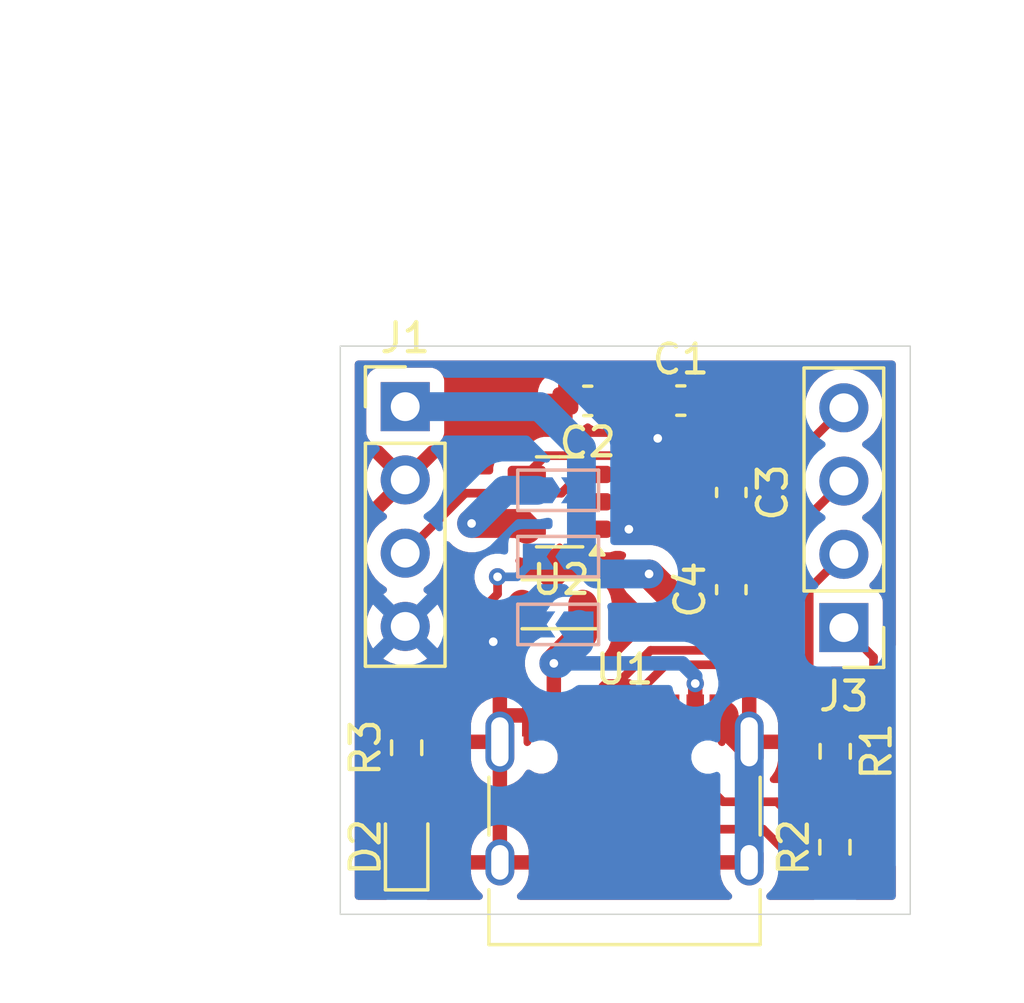
<source format=kicad_pcb>
(kicad_pcb (version 20241229) (generator "pcbnew") (generator_version "9.0")
  (layers (0 "F.Cu" signal) (2 "B.Cu" signal) (13 "F.Paste" user) (15 "B.Paste" user) (5 "F.SilkS" user "F.Silkscreen") (7 "B.SilkS" user "B.Silkscreen") (1 "F.Mask" user) (3 "B.Mask" user) (25 "Edge.Cuts" user))
  (net 0 "")
  (net 1 "5V")
  (net 2 "GND")
  (net 3 "Net-(U2-NC)")
  (net 4 "+3.3V")
  (net 5 "Net-(D1-K)")
  (net 6 "Net-(D2-A)")
  (net 7 "CE")
  (net 8 "CC2")
  (net 9 "D+")
  (net 10 "CC1")
  (net 11 "D-")
  (net 12 "Net-(J4-A)")
  (net 13 "Net-(J5-B)")
  (footprint "Capacitor_SMD:C_0603_1608Metric" (layer "F.Cu") (at 186.75 102.34)
    (property "Reference" "C1" (at 0 -1.43 0) (layer "F.SilkS"))
    (property "Value" "10u")
    (fp_line (start -0.140581 -0.51) (end 0.140581 -0.51) (stroke (width 0.12)) (layer "F.SilkS"))
    (fp_line (start -0.140581 0.51) (end 0.140581 0.51) (stroke (width 0.12)) (layer "F.SilkS"))
    (pad "1" smd roundrect (at -0.775 0) (size 0.9 0.95) (layers "F.Cu" "F.Mask" "F.Paste") (net 1 "5V"))
    (pad "2" smd roundrect (at 0.775 0) (size 0.9 0.95) (layers "F.Cu" "F.Mask" "F.Paste") (net 2 "GND"))
  )
  (footprint "Resistor_SMD:R_0603_1608Metric" (layer "F.Cu") (at 177.25 114.375 90)
    (property "Reference" "R3" (at 0 -1.43 90) (layer "F.SilkS"))
    (property "Value" "R")
    (fp_line (start -0.237258 -0.5225) (end 0.237258 -0.5225) (stroke (width 0.12)) (layer "F.SilkS"))
    (fp_line (start -0.237258 0.5225) (end 0.237258 0.5225) (stroke (width 0.12)) (layer "F.SilkS"))
    (pad "1" smd roundrect (at -0.825 0 90) (size 0.8 0.95) (layers "F.Cu" "F.Mask" "F.Paste") (net 6 "Net-(D2-A)"))
    (pad "2" smd roundrect (at 0.825 0 90) (size 0.8 0.95) (layers "F.Cu" "F.Mask" "F.Paste") (net 13 "Net-(J5-B)"))
  )
  (footprint "Capacitor_SMD:C_0603_1608Metric" (layer "F.Cu") (at 188.5 105.525 -90)
    (property "Reference" "C3" (at 0 -1.43 90) (layer "F.SilkS"))
    (property "Value" "22nF")
    (fp_line (start -0.140581 0.51) (end 0.140581 0.51) (stroke (width 0.12)) (layer "F.SilkS"))
    (fp_line (start -0.140581 -0.51) (end 0.140581 -0.51) (stroke (width 0.12)) (layer "F.SilkS"))
    (pad "1" smd roundrect (at -0.775 0 270) (size 0.9 0.95) (layers "F.Cu" "F.Mask" "F.Paste") (net 3 "Net-(U2-NC)"))
    (pad "2" smd roundrect (at 0.775 0 270) (size 0.9 0.95) (layers "F.Cu" "F.Mask" "F.Paste") (net 2 "GND"))
  )
  (footprint "Package_TO_SOT_SMD:SOT-23-5" (layer "F.Cu") (at 182.55 105.85 180)
    (property "Reference" "U2" (at -0.05 -2.7 0) (layer "F.SilkS"))
    (property "Value" "ME6211C33M5")
    (fp_line (start 0 1.560001) (end 0.8 1.56) (stroke (width 0.12)) (layer "F.SilkS"))
    (fp_line (start 0 1.560001) (end -0.8 1.56) (stroke (width 0.12)) (layer "F.SilkS"))
    (fp_line (start 0 -1.560001) (end 0.8 -1.56) (stroke (width 0.12)) (layer "F.SilkS"))
    (fp_line (start 0 -1.560001) (end -0.8 -1.56) (stroke (width 0.12)) (layer "F.SilkS"))
    (fp_poly (pts (xy -1.3 -1.51) (xy -1.54 -1.84) (xy -1.06 -1.84)) (stroke (width 0.12)) (fill yes) (layer "F.SilkS"))
    (pad "1" smd roundrect (at -1.1375 -0.949999 180) (size 1.325 0.6) (layers "F.Cu" "F.Mask" "F.Paste") (net 1 "5V"))
    (pad "2" smd roundrect (at -1.1375 0 180) (size 1.325 0.6) (layers "F.Cu" "F.Mask" "F.Paste") (net 2 "GND"))
    (pad "3" smd roundrect (at -1.1375 0.949999 180) (size 1.325 0.6) (layers "F.Cu" "F.Mask" "F.Paste") (net 7 "CE"))
    (pad "4" smd roundrect (at 1.1375 0.949999 180) (size 1.325 0.6) (layers "F.Cu" "F.Mask" "F.Paste") (net 3 "Net-(U2-NC)"))
    (pad "5" smd roundrect (at 1.1375 -0.949999 180) (size 1.325 0.6) (layers "F.Cu" "F.Mask" "F.Paste") (net 12 "Net-(J4-A)"))
  )
  (footprint "Capacitor_SMD:C_0603_1608Metric" (layer "F.Cu") (at 183.525 102.35 180)
    (property "Reference" "C2" (at 0 -1.43 0) (layer "F.SilkS"))
    (property "Value" "1u")
    (fp_line (start -0.140581 0.51) (end 0.140581 0.51) (stroke (width 0.12)) (layer "F.SilkS"))
    (fp_line (start -0.140581 -0.51) (end 0.140581 -0.51) (stroke (width 0.12)) (layer "F.SilkS"))
    (pad "1" smd roundrect (at -0.775 0 180) (size 0.9 0.95) (layers "F.Cu" "F.Mask" "F.Paste") (net 1 "5V"))
    (pad "2" smd roundrect (at 0.775 0 180) (size 0.9 0.95) (layers "F.Cu" "F.Mask" "F.Paste") (net 2 "GND"))
  )
  (footprint "Capacitor_SMD:C_0603_1608Metric" (layer "F.Cu") (at 188.5 108.895 90)
    (property "Reference" "C4" (at 0 -1.43 90) (layer "F.SilkS"))
    (property "Value" "1u")
    (fp_line (start -0.140581 -0.51) (end 0.140581 -0.51) (stroke (width 0.12)) (layer "F.SilkS"))
    (fp_line (start -0.140581 0.51) (end 0.140581 0.51) (stroke (width 0.12)) (layer "F.SilkS"))
    (pad "1" smd roundrect (at -0.775 0 90) (size 0.9 0.95) (layers "F.Cu" "F.Mask" "F.Paste") (net 4 "+3.3V"))
    (pad "2" smd roundrect (at 0.775 0 90) (size 0.9 0.95) (layers "F.Cu" "F.Mask" "F.Paste") (net 2 "GND"))
  )
  (footprint "LED_SMD:LED_0603_1608Metric" (layer "F.Cu") (at 177.25 117.8175 90)
    (property "Reference" "D2" (at 0 -1.43 90) (layer "F.SilkS"))
    (property "Value" "LED")
    (fp_line (start 0.8 -0.735) (end -1.485 -0.735) (stroke (width 0.12)) (layer "F.SilkS"))
    (fp_line (start -1.485 -0.735) (end -1.485 0.735) (stroke (width 0.12)) (layer "F.SilkS"))
    (fp_line (start -1.485 0.735) (end 0.8 0.735) (stroke (width 0.12)) (layer "F.SilkS"))
    (pad "1" smd roundrect (at -0.787501 0 90) (size 0.875 0.95) (layers "F.Cu" "F.Mask" "F.Paste") (net 2 "GND"))
    (pad "2" smd roundrect (at 0.787501 0 90) (size 0.875 0.95) (layers "F.Cu" "F.Mask" "F.Paste") (net 6 "Net-(D2-A)"))
  )
  (footprint "Connector_USB:USB_C_Receptacle_HRO_TYPE-C-31-M-12" (layer "F.Cu") (at 184.8 117.3)
    (property "Reference" "U1" (at 0 -5.645 0) (layer "F.SilkS"))
    (property "Value" "USB_C_Receptacle_USB2.0_16P")
    (fp_line (start -4.7 -1.9) (end -4.7 0.1) (stroke (width 0.12)) (layer "F.SilkS"))
    (fp_line (start -4.7 2) (end -4.7 3.9) (stroke (width 0.12)) (layer "F.SilkS"))
    (fp_line (start -4.7 3.9) (end 4.7 3.9) (stroke (width 0.12)) (layer "F.SilkS"))
    (fp_line (start 4.7 -1.9) (end 4.7 0.1) (stroke (width 0.12)) (layer "F.SilkS"))
    (fp_line (start 4.7 2) (end 4.7 3.9) (stroke (width 0.12)) (layer "F.SilkS"))
    (pad "" np_thru_hole circle (at -2.89 -2.6) (size 0.65 0.65) (drill 0.65) (layers "*.Cu" "*.Mask"))
    (pad "" np_thru_hole circle (at 2.89 -2.6) (size 0.65 0.65) (drill 0.65) (layers "*.Cu" "*.Mask"))
    (pad "A1" smd rect (at -3.25 -4.045) (size 0.6 1.45) (layers "F.Cu" "F.Mask" "F.Paste") (net 2 "GND"))
    (pad "A4" smd rect (at -2.45 -4.045) (size 0.6 1.45) (layers "F.Cu" "F.Mask" "F.Paste") (net 5 "Net-(D1-K)"))
    (pad "A5" smd rect (at -1.25 -4.045) (size 0.3 1.45) (layers "F.Cu" "F.Mask" "F.Paste") (net 10 "CC1"))
    (pad "A6" smd rect (at -0.25 -4.045) (size 0.3 1.45) (layers "F.Cu" "F.Mask" "F.Paste") (net 9 "D+"))
    (pad "A7" smd rect (at 0.25 -4.045) (size 0.3 1.45) (layers "F.Cu" "F.Mask" "F.Paste") (net 11 "D-"))
    (pad "A8" smd rect (at 1.25 -4.045) (size 0.3 1.45) (layers "F.Cu" "F.Mask" "F.Paste"))
    (pad "A9" smd rect (at 2.45 -4.045) (size 0.6 1.45) (layers "F.Cu" "F.Mask" "F.Paste") (net 5 "Net-(D1-K)"))
    (pad "A12" smd rect (at 3.25 -4.045) (size 0.6 1.45) (layers "F.Cu" "F.Mask" "F.Paste") (net 2 "GND"))
    (pad "B1" smd rect (at 3.25 -4.045) (size 0.6 1.45) (layers "F.Cu" "F.Mask" "F.Paste") (net 2 "GND"))
    (pad "B4" smd rect (at 2.45 -4.045) (size 0.6 1.45) (layers "F.Cu" "F.Mask" "F.Paste") (net 5 "Net-(D1-K)"))
    (pad "B5" smd rect (at 1.75 -4.045) (size 0.3 1.45) (layers "F.Cu" "F.Mask" "F.Paste") (net 8 "CC2"))
    (pad "B6" smd rect (at 0.75 -4.045) (size 0.3 1.45) (layers "F.Cu" "F.Mask" "F.Paste") (net 9 "D+"))
    (pad "B7" smd rect (at -0.75 -4.045) (size 0.3 1.45) (layers "F.Cu" "F.Mask" "F.Paste") (net 11 "D-"))
    (pad "B8" smd rect (at -1.75 -4.045) (size 0.3 1.45) (layers "F.Cu" "F.Mask" "F.Paste"))
    (pad "B9" smd rect (at -2.45 -4.045) (size 0.6 1.45) (layers "F.Cu" "F.Mask" "F.Paste") (net 5 "Net-(D1-K)"))
    (pad "B12" smd rect (at -3.25 -4.045) (size 0.6 1.45) (layers "F.Cu" "F.Mask" "F.Paste") (net 2 "GND"))
    (pad "S1" thru_hole oval (at -4.32 -3.13) (size 1 2.1) (drill oval 0.6 1.7) (property pad_prop_heatsink) (layers "*.Cu" "*.Mask") (net 2 "GND"))
    (pad "S1" thru_hole oval (at -4.32 1.05) (size 1 1.6) (drill oval 0.6 1.2) (property pad_prop_heatsink) (layers "*.Cu" "*.Mask") (net 2 "GND"))
    (pad "S1" thru_hole oval (at 4.32 -3.13) (size 1 2.1) (drill oval 0.6 1.7) (property pad_prop_heatsink) (layers "*.Cu" "*.Mask") (net 2 "GND"))
    (pad "S1" thru_hole oval (at 4.32 1.05) (size 1 1.6) (drill oval 0.6 1.2) (property pad_prop_heatsink) (layers "*.Cu" "*.Mask") (net 2 "GND"))
  )
  (footprint "Resistor_SMD:R_0603_1608Metric" (layer "F.Cu") (at 192.089998 117.825 90)
    (property "Reference" "R2" (at 0 -1.43 90) (layer "F.SilkS"))
    (property "Value" "5.1K")
    (fp_line (start -0.237258 -0.5225) (end 0.237258 -0.5225) (stroke (width 0.12)) (layer "F.SilkS"))
    (fp_line (start -0.237258 0.5225) (end 0.237258 0.5225) (stroke (width 0.12)) (layer "F.SilkS"))
    (pad "1" smd roundrect (at -0.825 0 90) (size 0.8 0.95) (layers "F.Cu" "F.Mask" "F.Paste") (net 10 "CC1"))
    (pad "2" smd roundrect (at 0.825 0 90) (size 0.8 0.95) (layers "F.Cu" "F.Mask" "F.Paste") (net 2 "GND"))
  )
  (footprint "Connector_PinHeader_2.54mm:PinHeader_1x04_P2.54mm_Vertical" (layer "F.Cu") (at 177.2 102.55)
    (property "Reference" "J1" (at 0 -2.38 0) (layer "F.SilkS"))
    (property "Value" "Conn_01x04_Pin")
    (fp_line (start -1.38 -1.38) (end 0 -1.38) (stroke (width 0.12)) (layer "F.SilkS"))
    (fp_line (start -1.38 0) (end -1.38 -1.38) (stroke (width 0.12)) (layer "F.SilkS"))
    (fp_line (start -1.38 1.27) (end -1.38 9) (stroke (width 0.12)) (layer "F.SilkS"))
    (fp_line (start -1.38 1.27) (end 1.38 1.27) (stroke (width 0.12)) (layer "F.SilkS"))
    (fp_line (start -1.38 9) (end 1.38 9) (stroke (width 0.12)) (layer "F.SilkS"))
    (fp_line (start 1.38 1.27) (end 1.38 9) (stroke (width 0.12)) (layer "F.SilkS"))
    (pad "1" thru_hole rect (at 0 0) (size 1.7 1.7) (drill 1) (layers "*.Cu" "*.Mask") (net 4 "+3.3V"))
    (pad "2" thru_hole circle (at 0 2.54) (size 1.7 1.7) (drill 1) (layers "*.Cu" "*.Mask") (net 2 "GND"))
    (pad "3" thru_hole circle (at 0 5.08) (size 1.7 1.7) (drill 1) (layers "*.Cu" "*.Mask") (net 7 "CE"))
    (pad "4" thru_hole circle (at 0 7.62) (size 1.7 1.7) (drill 1) (layers "*.Cu" "*.Mask") (net 1 "5V"))
  )
  (footprint "Diode_SMD:D_SOD-323" (layer "F.Cu") (at 182.3 109.4 180)
    (property "Reference" "D1" (hide yes))
    (property "Value" "1N5819WS")
    (fp_line (start -1.61 0.85) (end 1.05 0.85) (stroke (width 0.12)) (layer "F.SilkS"))
    (fp_line (start -1.61 -0.85) (end 1.05 -0.85) (stroke (width 0.12)) (layer "F.SilkS"))
    (fp_line (start -1.61 -0.85) (end -1.61 0.85) (stroke (width 0.12)) (layer "F.SilkS"))
    (pad "1" smd roundrect (at -1.05 0 180) (size 0.6 0.45) (layers "F.Cu" "F.Mask" "F.Paste") (net 5 "Net-(D1-K)"))
    (pad "2" smd roundrect (at 1.05 0 180) (size 0.6 0.45) (layers "F.Cu" "F.Mask" "F.Paste") (net 1 "5V"))
  )
  (footprint "Connector_PinHeader_2.54mm:PinHeader_1x04_P2.54mm_Vertical" (layer "F.Cu") (at 192.4 110.21 180)
    (property "Reference" "J3" (at 0 -2.38 0) (layer "F.SilkS"))
    (property "Value" "Conn_01x04_Pin")
    (fp_line (start 1.38 1.27) (end 1.379999 9) (stroke (width 0.12)) (layer "F.SilkS"))
    (fp_line (start -1.379999 9) (end 1.379999 9) (stroke (width 0.12)) (layer "F.SilkS"))
    (fp_line (start -1.379999 0) (end -1.38 -1.38) (stroke (width 0.12)) (layer "F.SilkS"))
    (fp_line (start -1.38 1.27) (end 1.38 1.27) (stroke (width 0.12)) (layer "F.SilkS"))
    (fp_line (start -1.38 1.27) (end -1.379999 9) (stroke (width 0.12)) (layer "F.SilkS"))
    (fp_line (start -1.38 -1.38) (end 0 -1.379999) (stroke (width 0.12)) (layer "F.SilkS"))
    (pad "1" thru_hole rect (at 0 0 180) (size 1.7 1.7) (drill 1) (layers "*.Cu" "*.Mask") (net 10 "CC1"))
    (pad "2" thru_hole circle (at 0 2.54 180) (size 1.7 1.7) (drill 1) (layers "*.Cu" "*.Mask") (net 8 "CC2"))
    (pad "3" thru_hole circle (at 0 5.079999 180) (size 1.7 1.7) (drill 1) (layers "*.Cu" "*.Mask") (net 9 "D+"))
    (pad "4" thru_hole circle (at 0 7.62 180) (size 1.7 1.7) (drill 1) (layers "*.Cu" "*.Mask") (net 11 "D-"))
  )
  (footprint "Resistor_SMD:R_0603_1608Metric" (layer "F.Cu") (at 192.1 114.5 -90)
    (property "Reference" "R1" (at 0 -1.43 90) (layer "F.SilkS"))
    (property "Value" "5.1K")
    (fp_line (start -0.237258 0.5225) (end 0.237258 0.5225) (stroke (width 0.12)) (layer "F.SilkS"))
    (fp_line (start -0.237258 -0.5225) (end 0.237258 -0.5225) (stroke (width 0.12)) (layer "F.SilkS"))
    (pad "1" smd roundrect (at -0.825 0 270) (size 0.8 0.95) (layers "F.Cu" "F.Mask" "F.Paste") (net 8 "CC2"))
    (pad "2" smd roundrect (at 0.825 0 270) (size 0.8 0.95) (layers "F.Cu" "F.Mask" "F.Paste") (net 2 "GND"))
  )
  (footprint "IOT-Mess-Footprints:Jumpper-triangle" (layer "B.Cu") (at 182.5 105.45)
    (property "Reference" "J4" (hide yes))
    (property "Value" "Jumper_2")
    (fp_line (start -1.4 -0.7) (end -1.4 0.7) (stroke (width 0.12)) (layer "B.SilkS"))
    (fp_line (start -1.4 0.7) (end 1.4 0.7) (stroke (width 0.12)) (layer "B.SilkS"))
    (fp_line (start 1.4 -0.7) (end -1.4 -0.7) (stroke (width 0.12)) (layer "B.SilkS"))
    (fp_line (start 1.4 0.7) (end 1.4 -0.7) (stroke (width 0.12)) (layer "B.SilkS"))
    (pad "1" smd custom (at -0.724999 0) (size 0.3 0.3) (layers "B.Cu" "B.Mask") (net 12 "Net-(J4-A)") (options (clearance outline) (anchor rect)) (primitives (gr_poly (pts (xy 0.825 0) (xy 0.525 -0.45) (xy -0.5 -0.45) (xy -0.5 0.45) (xy 0.525 0.45)) (width 0) (fill yes))))
    (pad "2" smd custom (at 0.724999 0) (size 0.3 0.3) (layers "B.Cu" "B.Mask") (net 4 "+3.3V") (options (clearance outline) (anchor rect)) (primitives (gr_poly (pts (xy 0.5 -0.45) (xy -0.625 -0.45) (xy -0.325 0) (xy -0.625 0.45) (xy 0.5 0.45)) (width 0) (fill yes))))
  )
  (footprint "IOT-Mess-Footprints:Jumpper-triangle" (layer "B.Cu") (at 182.5 107.75 180)
    (property "Reference" "J5" (hide yes))
    (property "Value" "Jumper_2")
    (fp_line (start 1.4 0.7) (end 1.4 -0.7) (stroke (width 0.12)) (layer "B.SilkS"))
    (fp_line (start 1.4 -0.7) (end -1.4 -0.7) (stroke (width 0.12)) (layer "B.SilkS"))
    (fp_line (start -1.4 0.7) (end 1.4 0.7) (stroke (width 0.12)) (layer "B.SilkS"))
    (fp_line (start -1.4 -0.7) (end -1.4 0.7) (stroke (width 0.12)) (layer "B.SilkS"))
    (pad "1" smd custom (at -0.724999 0 180) (size 0.3 0.3) (layers "B.Cu" "B.Mask") (net 4 "+3.3V") (options (clearance outline) (anchor rect)) (primitives (gr_poly (pts (xy 0.825 0) (xy 0.525 -0.45) (xy -0.5 -0.45) (xy -0.5 0.45) (xy 0.525 0.45)) (width 0) (fill yes))))
    (pad "2" smd custom (at 0.724999 0 180) (size 0.3 0.3) (layers "B.Cu" "B.Mask") (net 13 "Net-(J5-B)") (options (clearance outline) (anchor rect)) (primitives (gr_poly (pts (xy 0.5 -0.45) (xy -0.625 -0.45) (xy -0.325 0) (xy -0.625 0.45) (xy 0.5 0.45)) (width 0) (fill yes))))
  )
  (footprint "IOT-Mess-Footprints:Jumpper-triangle" (layer "B.Cu") (at 182.5 110.1 180)
    (property "Reference" "J2" (hide yes))
    (property "Value" "Jumper_2")
    (fp_line (start 1.4 0.7) (end 1.4 -0.7) (stroke (width 0.12)) (layer "B.SilkS"))
    (fp_line (start 1.4 -0.7) (end -1.4 -0.7) (stroke (width 0.12)) (layer "B.SilkS"))
    (fp_line (start -1.4 0.7) (end 1.4 0.7) (stroke (width 0.12)) (layer "B.SilkS"))
    (fp_line (start -1.4 -0.7) (end -1.4 0.7) (stroke (width 0.12)) (layer "B.SilkS"))
    (pad "1" smd custom (at -0.724999 0 180) (size 0.3 0.3) (layers "B.Cu" "B.Mask") (net 5 "Net-(D1-K)") (options (clearance outline) (anchor rect)) (primitives (gr_poly (pts (xy 0.825 0) (xy 0.525 -0.45) (xy -0.5 -0.45) (xy -0.5 0.45) (xy 0.525 0.45)) (width 0) (fill yes))))
    (pad "2" smd custom (at 0.724999 0 180) (size 0.3 0.3) (layers "B.Cu" "B.Mask") (net 1 "5V") (options (clearance outline) (anchor rect)) (primitives (gr_poly (pts (xy 0.5 -0.45) (xy -0.625 -0.45) (xy -0.325 0) (xy -0.625 0.45) (xy 0.5 0.45)) (width 0) (fill yes))))
  )
  (gr_rect (start 174.95 100.45) (end 194.7 120.15) (stroke (width 0.05)) (fill no) (layer "Edge.Cuts"))
  (segment (start 185.975 103.625) (end 185.95 103.65) (width 1) (layer "F.Cu") (net 1))
  (segment (start 183.6875 106.799999) (end 184.95 106.8) (width 0.5) (layer "F.Cu") (net 1))
  (segment (start 181.25 109.7) (end 180.25 110.7) (width 1) (layer "F.Cu") (net 1))
  (segment (start 181.25 109.4) (end 181.25 109.7) (width 1) (layer "F.Cu") (net 1))
  (segment (start 185.975 102.34) (end 185.975 103.625) (width 1) (layer "F.Cu") (net 1))
  (segment (start 184.3 102.35) (end 185.965 102.35) (width 1) (layer "F.Cu") (net 1))
  (segment (start 185.965 102.35) (end 185.975 102.34) (width 1) (layer "F.Cu") (net 1))
  (via (at 184.95 106.8) (size 0.6) (drill 0.3) (layers "F.Cu" "B.Cu") (net 1))
  (via (at 185.95 103.65) (size 0.6) (drill 0.3) (layers "F.Cu" "B.Cu") (net 1))
  (via (at 180.25 110.7) (size 0.6) (drill 0.3) (layers "F.Cu" "B.Cu") (net 1))
  (segment (start 189.12 114.17) (end 188.965 114.17) (width 1) (layer "F.Cu") (net 2))
  (segment (start 188.251 113.456) (end 188.251 113.255) (width 1) (layer "F.Cu") (net 2))
  (segment (start 188.965 114.17) (end 188.251 113.456) (width 1) (layer "F.Cu") (net 2))
  (segment (start 189.12 114.17) (end 189.12 118.35) (width 1) (layer "B.Cu") (net 2))
  (segment (start 184.912677 104.75) (end 184.411678 104.249001) (width 0.3) (layer "F.Cu") (net 3))
  (segment (start 188.5 104.75) (end 184.912677 104.75) (width 0.3) (layer "F.Cu") (net 3))
  (segment (start 182.0635 104.249001) (end 181.4125 104.900001) (width 0.3) (layer "F.Cu") (net 3))
  (segment (start 184.411678 104.249001) (end 182.0635 104.249001) (width 0.3) (layer "F.Cu") (net 3))
  (segment (start 186.97 109.67) (end 185.65 108.35) (width 1) (layer "F.Cu") (net 4))
  (segment (start 188.5 109.67) (end 186.97 109.67) (width 1) (layer "F.Cu") (net 4))
  (via (at 185.65 108.35) (size 0.6) (drill 0.3) (layers "F.Cu" "B.Cu") (net 4))
  (segment (start 181.873438 102.55) (end 177.2 102.55) (width 1) (layer "B.Cu") (net 4))
  (segment (start 183.824999 108.35) (end 183.224999 107.75) (width 1) (layer "B.Cu") (net 4))
  (segment (start 183.305904 107.669095) (end 183.305904 103.982466) (width 1) (layer "B.Cu") (net 4))
  (segment (start 183.305904 103.982466) (end 181.873438 102.55) (width 1) (layer "B.Cu") (net 4))
  (segment (start 183.224999 107.75) (end 183.305904 107.669095) (width 1) (layer "B.Cu") (net 4))
  (segment (start 185.65 108.35) (end 183.824999 108.35) (width 1) (layer "B.Cu") (net 4))
  (segment (start 183.35 110.45) (end 182.35 111.45) (width 1) (layer "F.Cu") (net 5))
  (segment (start 183.35 109.4) (end 183.35 110.45) (width 1) (layer "F.Cu") (net 5))
  (segment (start 187.25 112.15) (end 187.25 113.255) (width 0.5) (layer "F.Cu") (net 5))
  (segment (start 182.35 113.255) (end 182.35 111.45) (width 0.5) (layer "F.Cu") (net 5))
  (via (at 187.25 112.15) (size 0.6) (drill 0.3) (layers "F.Cu" "B.Cu") (net 5))
  (via (at 182.35 111.45) (size 0.6) (drill 0.3) (layers "F.Cu" "B.Cu") (net 5))
  (segment (start 182.498299 111.45) (end 182.35 111.45) (width 1) (layer "B.Cu") (net 5))
  (segment (start 183.224999 110.1) (end 183.224999 110.7233) (width 1) (layer "B.Cu") (net 5))
  (segment (start 186.8 111.45) (end 182.35 111.45) (width 0.5) (layer "B.Cu") (net 5))
  (segment (start 187.25 112.15) (end 187.25 111.9) (width 0.5) (layer "B.Cu") (net 5))
  (segment (start 187.25 111.9) (end 186.8 111.45) (width 0.5) (layer "B.Cu") (net 5))
  (segment (start 183.224999 110.7233) (end 182.498299 111.45) (width 1) (layer "B.Cu") (net 5))
  (segment (start 177.25 115.2) (end 177.250001 117.030001) (width 0.2) (layer "F.Cu") (net 6))
  (segment (start 182.611321 105.551001) (end 183.262321 104.900001) (width 0.3) (layer "F.Cu") (net 7))
  (segment (start 179.278999 105.551001) (end 182.611321 105.551001) (width 0.3) (layer "F.Cu") (net 7))
  (segment (start 177.2 107.63) (end 179.278999 105.551001) (width 0.3) (layer "F.Cu") (net 7))
  (segment (start 183.262321 104.900001) (end 183.6875 104.900001) (width 0.3) (layer "F.Cu") (net 7))
  (segment (start 190.079224 116.249) (end 191.729224 117.899) (width 0.3) (layer "F.Cu") (net 8))
  (segment (start 191.729224 117.899) (end 192.901 117.899) (width 0.3) (layer "F.Cu") (net 8))
  (segment (start 191.199 108.871) (end 191.199 112.774) (width 0.3) (layer "F.Cu") (net 8))
  (segment (start 186.55 113.255) (end 186.55 114.586719) (width 0.3) (layer "F.Cu") (net 8))
  (segment (start 191.199 112.774) (end 192.1 113.675) (width 0.3) (layer "F.Cu") (net 8))
  (segment (start 192.901 117.899) (end 192.926 117.874) (width 0.3) (layer "F.Cu") (net 8))
  (segment (start 186.55 114.586719) (end 188.212281 116.249) (width 0.3) (layer "F.Cu") (net 8))
  (segment (start 188.212281 116.249) (end 190.079224 116.249) (width 0.3) (layer "F.Cu") (net 8))
  (segment (start 192.4 107.67) (end 191.199 108.871) (width 0.3) (layer "F.Cu") (net 8))
  (segment (start 192.926 117.874) (end 192.926 114.501) (width 0.3) (layer "F.Cu") (net 8))
  (segment (start 192.926 114.501) (end 192.1 113.675) (width 0.3) (layer "F.Cu") (net 8))
  (segment (start 185.55 112.18) (end 185.55 113.255) (width 0.3) (layer "F.Cu") (net 9))
  (segment (start 185.55 114.35) (end 184.55 114.35) (width 0.3) (layer "F.Cu") (net 9))
  (segment (start 184.55 114.35) (end 184.55 113.255) (width 0.3) (layer "F.Cu") (net 9))
  (segment (start 190.65 110.6) (end 189.751 111.499) (width 0.3) (layer "F.Cu") (net 9))
  (segment (start 189.751 111.499) (end 186.231 111.499) (width 0.3) (layer "F.Cu") (net 9))
  (segment (start 185.55 113.255) (end 185.55 114.35) (width 0.3) (layer "F.Cu") (net 9))
  (segment (start 186.231 111.499) (end 185.55 112.18) (width 0.3) (layer "F.Cu") (net 9))
  (segment (start 190.65 106.880001) (end 190.65 110.6) (width 0.3) (layer "F.Cu") (net 9))
  (segment (start 192.4 105.130001) (end 190.65 106.880001) (width 0.3) (layer "F.Cu") (net 9))
  (segment (start 186.049 117.199) (end 189.599 117.199) (width 0.3) (layer "F.Cu") (net 10))
  (segment (start 191.05 118.65) (end 192.089998 118.65) (width 0.3) (layer "F.Cu") (net 10))
  (segment (start 183.55 114.7) (end 186.049 117.199) (width 0.3) (layer "F.Cu") (net 10))
  (segment (start 192.858521 118.65) (end 192.089998 118.65) (width 0.3) (layer "F.Cu") (net 10))
  (segment (start 193.427 111.237) (end 193.427 118.081521) (width 0.3) (layer "F.Cu") (net 10))
  (segment (start 192.4 110.21) (end 193.427 111.237) (width 0.3) (layer "F.Cu") (net 10))
  (segment (start 189.599 117.199) (end 191.05 118.65) (width 0.3) (layer "F.Cu") (net 10))
  (segment (start 183.55 113.255) (end 183.55 114.7) (width 0.3) (layer "F.Cu") (net 10))
  (segment (start 193.427 118.081521) (end 192.858521 118.65) (width 0.3) (layer "F.Cu") (net 10))
  (segment (start 190.1 104.89) (end 190.1 110.44148) (width 0.3) (layer "F.Cu") (net 11))
  (segment (start 192.4 102.59) (end 190.1 104.89) (width 0.3) (layer "F.Cu") (net 11))
  (segment (start 184.95 112.15) (end 184.55 112.15) (width 0.3) (layer "F.Cu") (net 11))
  (segment (start 184.55 112.15) (end 184.15 112.15) (width 0.3) (layer "F.Cu") (net 11))
  (segment (start 185.05 112.25) (end 184.95 112.15) (width 0.3) (layer "F.Cu") (net 11))
  (segment (start 185.702 110.998) (end 184.55 112.15) (width 0.3) (layer "F.Cu") (net 11))
  (segment (start 190.1 110.44148) (end 189.54348 110.998) (width 0.3) (layer "F.Cu") (net 11))
  (segment (start 185.05 113.255) (end 185.05 112.25) (width 0.3) (layer "F.Cu") (net 11))
  (segment (start 189.54348 110.998) (end 185.702 110.998) (width 0.3) (layer "F.Cu") (net 11))
  (segment (start 184.05 112.25) (end 184.05 113.255) (width 0.3) (layer "F.Cu") (net 11))
  (segment (start 184.15 112.15) (end 184.05 112.25) (width 0.3) (layer "F.Cu") (net 11))
  (segment (start 179.5 106.6) (end 181.212501 106.6) (width 1) (layer "F.Cu") (net 12))
  (segment (start 181.212501 106.6) (end 181.4125 106.799999) (width 1) (layer "F.Cu") (net 12))
  (via (at 179.5 106.6) (size 0.6) (drill 0.3) (layers "F.Cu" "B.Cu") (net 12))
  (segment (start 181.775001 105.45) (end 180.65 105.45) (width 1) (layer "B.Cu") (net 12))
  (segment (start 180.65 105.45) (end 179.5 106.6) (width 1) (layer "B.Cu") (net 12))
  (segment (start 180.4 109.046504) (end 180.4 108.45) (width 0.3) (layer "F.Cu") (net 13))
  (segment (start 177.25 113.55) (end 177.25 112.196504) (width 0.3) (layer "F.Cu") (net 13))
  (segment (start 177.25 112.196504) (end 180.4 109.046504) (width 0.3) (layer "F.Cu") (net 13))
  (via (at 180.4 108.45) (size 0.6) (drill 0.3) (layers "F.Cu" "B.Cu") (net 13))
  (segment (start 181.075001 108.45) (end 181.775001 107.75) (width 0.3) (layer "B.Cu") (net 13))
  (segment (start 180.4 108.45) (end 181.075001 108.45) (width 0.3) (layer "B.Cu") (net 13))
  (zone (net 2) (net_name "GND") (layer "F.Cu") (connect_pads (clearance 0.5)) (min_thickness 0.25) (fill yes (thermal_gap 0.5) (thermal_bridge_width 0.5) (island_removal_mode 1) (island_area_min 10))
    (polygon (pts (xy 194.7 100.65) (xy 194.7 120.15) (xy 174.95 120.15) (xy 174.95 100.65)))
  )
  (zone (net 1) (net_name "5V") (layer "B.Cu") (connect_pads (clearance 0.5)) (min_thickness 0.25) (fill yes (thermal_gap 0.5) (thermal_bridge_width 0.5) (island_removal_mode 1) (island_area_min 10))
    (polygon (pts (xy 194.65 100.5) (xy 194.65 120) (xy 174.9 120) (xy 174.9 100.5)))
  )
)
</source>
